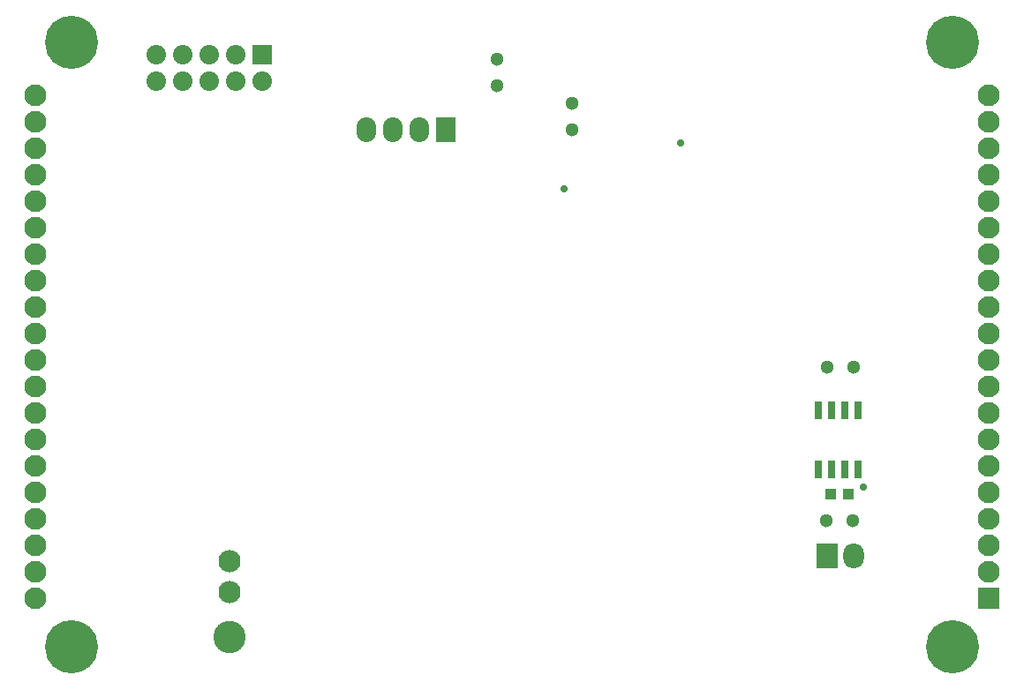
<source format=gbs>
G04*
G04 #@! TF.GenerationSoftware,Altium Limited,Altium Designer,20.2.6 (244)*
G04*
G04 Layer_Color=16711935*
%FSLAX25Y25*%
%MOIN*%
G70*
G04*
G04 #@! TF.SameCoordinates,4AA97A5E-EA8F-4A6E-9BBD-7CD435F3AC8D*
G04*
G04*
G04 #@! TF.FilePolarity,Negative*
G04*
G01*
G75*
%ADD58R,0.03937X0.04331*%
%ADD86C,0.12194*%
%ADD87C,0.08394*%
%ADD88O,0.07394X0.09394*%
%ADD89R,0.07394X0.09394*%
%ADD90C,0.07394*%
%ADD91R,0.07394X0.07394*%
%ADD92C,0.05118*%
%ADD93C,0.20079*%
%ADD94R,0.07894X0.09394*%
%ADD95O,0.07894X0.09394*%
%ADD96C,0.08268*%
%ADD97R,0.08268X0.08268*%
%ADD98C,0.02756*%
G04:AMPARAMS|DCode=117|XSize=29.53mil|YSize=68.9mil|CornerRadius=3.89mil|HoleSize=0mil|Usage=FLASHONLY|Rotation=180.000|XOffset=0mil|YOffset=0mil|HoleType=Round|Shape=RoundedRectangle|*
%AMROUNDEDRECTD117*
21,1,0.02953,0.06112,0,0,180.0*
21,1,0.02175,0.06890,0,0,180.0*
1,1,0.00778,-0.01088,0.03056*
1,1,0.00778,0.01088,0.03056*
1,1,0.00778,0.01088,-0.03056*
1,1,0.00778,-0.01088,-0.03056*
%
%ADD117ROUNDEDRECTD117*%
D58*
X316881Y73530D02*
D03*
X310189D02*
D03*
D86*
X83230Y19492D02*
D03*
D87*
Y48300D02*
D03*
Y36500D02*
D03*
D88*
X155050Y211130D02*
D03*
X135050D02*
D03*
X145050D02*
D03*
D89*
X165050D02*
D03*
D90*
X55750Y239650D02*
D03*
Y229650D02*
D03*
X85750Y239650D02*
D03*
X65750D02*
D03*
X75750D02*
D03*
X95750Y229650D02*
D03*
X85750D02*
D03*
X65750D02*
D03*
X75750D02*
D03*
D91*
X95750Y239650D02*
D03*
D92*
X309040Y121465D02*
D03*
X319040D02*
D03*
X318725Y63415D02*
D03*
X308725D02*
D03*
X212550Y221093D02*
D03*
Y211093D02*
D03*
X184400Y227950D02*
D03*
Y237950D02*
D03*
D93*
X356299Y244094D02*
D03*
X23622Y15748D02*
D03*
X356299D02*
D03*
X23622Y244094D02*
D03*
D94*
X308865Y50300D02*
D03*
D95*
X318865D02*
D03*
D96*
X370012Y64260D02*
D03*
Y54260D02*
D03*
Y44260D02*
D03*
X10012Y224260D02*
D03*
Y214260D02*
D03*
Y204260D02*
D03*
Y194260D02*
D03*
Y184260D02*
D03*
Y174260D02*
D03*
Y164260D02*
D03*
Y154260D02*
D03*
Y144260D02*
D03*
Y134260D02*
D03*
Y124260D02*
D03*
Y114260D02*
D03*
Y104260D02*
D03*
Y94260D02*
D03*
Y84260D02*
D03*
Y74260D02*
D03*
Y64260D02*
D03*
Y54260D02*
D03*
Y44260D02*
D03*
Y34260D02*
D03*
X370012Y224260D02*
D03*
Y214260D02*
D03*
Y204260D02*
D03*
Y194260D02*
D03*
Y184260D02*
D03*
Y174260D02*
D03*
Y164260D02*
D03*
Y154260D02*
D03*
Y144260D02*
D03*
Y134260D02*
D03*
Y124260D02*
D03*
Y114260D02*
D03*
Y104260D02*
D03*
Y94260D02*
D03*
Y74260D02*
D03*
Y84260D02*
D03*
D97*
Y34260D02*
D03*
D98*
X209765Y188965D02*
D03*
X253760Y206215D02*
D03*
X322710Y76025D02*
D03*
D117*
X320820Y82778D02*
D03*
X315820D02*
D03*
X310820D02*
D03*
X305820D02*
D03*
X320820Y105022D02*
D03*
X315820D02*
D03*
X310820D02*
D03*
X305820D02*
D03*
M02*

</source>
